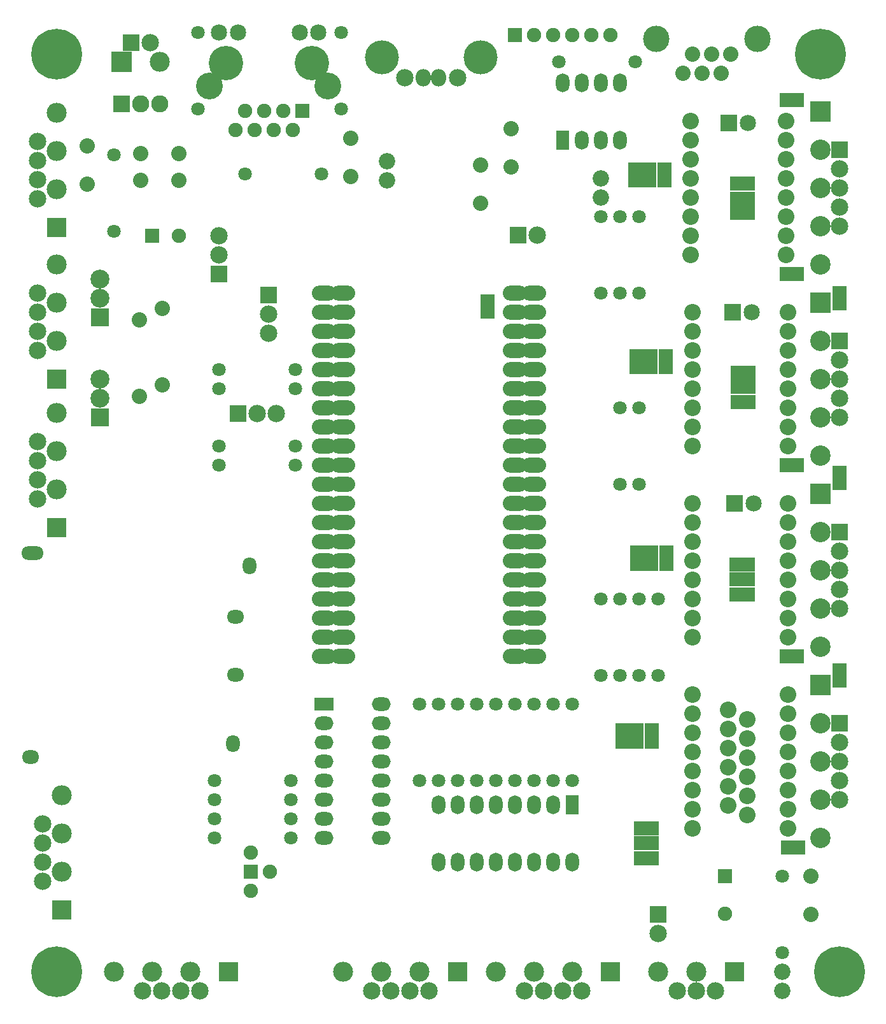
<source format=gbs>
G04 (created by PCBNEW-RS274X (2012-02-06 BZR 3180)-stable) date Fri 05 Oct 2012 08:43:45 AM CEST*
G01*
G70*
G90*
%MOIN*%
G04 Gerber Fmt 3.4, Leading zero omitted, Abs format*
%FSLAX34Y34*%
G04 APERTURE LIST*
%ADD10C,0.006000*%
%ADD11R,0.104600X0.104600*%
%ADD12C,0.104600*%
%ADD13C,0.090900*%
%ADD14R,0.071200X0.098700*%
%ADD15O,0.071200X0.098700*%
%ADD16C,0.266100*%
%ADD17C,0.071200*%
%ADD18C,0.090000*%
%ADD19R,0.090000X0.090000*%
%ADD20R,0.098700X0.071200*%
%ADD21O,0.098700X0.071200*%
%ADD22R,0.106600X0.106600*%
%ADD23R,0.090900X0.090900*%
%ADD24C,0.106600*%
%ADD25O,0.126300X0.079100*%
%ADD26R,0.077000X0.067200*%
%ADD27R,0.067200X0.077000*%
%ADD28C,0.180000*%
%ADD29R,0.075000X0.075000*%
%ADD30C,0.075000*%
%ADD31C,0.140000*%
%ADD32C,0.085000*%
%ADD33C,0.080000*%
%ADD34C,0.086000*%
%ADD35C,0.098700*%
%ADD36R,0.094800X0.094800*%
%ADD37O,0.070900X0.090400*%
%ADD38O,0.090400X0.070900*%
%ADD39O,0.117800X0.070900*%
%ADD40O,0.079100X0.090900*%
%ADD41C,0.177500*%
%ADD42C,0.086900*%
%ADD43C,0.138100*%
%ADD44R,0.085000X0.085000*%
G04 APERTURE END LIST*
G54D10*
G54D11*
X49500Y-64000D03*
G54D12*
X47500Y-64000D03*
G54D13*
X48500Y-65000D03*
X47500Y-65000D03*
X46500Y-65000D03*
G54D12*
X45500Y-64000D03*
G54D14*
X40500Y-20500D03*
G54D15*
X41500Y-20500D03*
X42500Y-20500D03*
X43500Y-20500D03*
X43500Y-17500D03*
X42500Y-17500D03*
X41500Y-17500D03*
X40500Y-17500D03*
G54D16*
X14000Y-16000D03*
X54000Y-16000D03*
X14000Y-64000D03*
X55000Y-64000D03*
G54D17*
X26250Y-57000D03*
X22250Y-57000D03*
X41000Y-54000D03*
X41000Y-50000D03*
X40000Y-54000D03*
X40000Y-50000D03*
X23850Y-22250D03*
X27850Y-22250D03*
X26250Y-56000D03*
X22250Y-56000D03*
X37000Y-54000D03*
X37000Y-50000D03*
X45500Y-44500D03*
X45500Y-48500D03*
X35000Y-54000D03*
X35000Y-50000D03*
X33000Y-54000D03*
X33000Y-50000D03*
X42500Y-48500D03*
X42500Y-44500D03*
X34000Y-54000D03*
X34000Y-50000D03*
X38000Y-54000D03*
X38000Y-50000D03*
X26500Y-33500D03*
X22500Y-33500D03*
X43500Y-48500D03*
X43500Y-44500D03*
X26500Y-32500D03*
X22500Y-32500D03*
X44500Y-44500D03*
X44500Y-48500D03*
X43500Y-38500D03*
X43500Y-34500D03*
X17000Y-25250D03*
X17000Y-21250D03*
X44500Y-34500D03*
X44500Y-38500D03*
X36000Y-50000D03*
X36000Y-54000D03*
X43500Y-28500D03*
X43500Y-24500D03*
X26500Y-37500D03*
X22500Y-37500D03*
X26500Y-36500D03*
X22500Y-36500D03*
X44500Y-24500D03*
X44500Y-28500D03*
X52000Y-63000D03*
X52000Y-59000D03*
X42500Y-24500D03*
X42500Y-28500D03*
X21400Y-18850D03*
X21400Y-14850D03*
X28900Y-18850D03*
X28900Y-14850D03*
X44300Y-16400D03*
X40300Y-16400D03*
X39000Y-54000D03*
X39000Y-50000D03*
X26250Y-54000D03*
X22250Y-54000D03*
X26250Y-55000D03*
X22250Y-55000D03*
G54D18*
X19400Y-18600D03*
X18400Y-18600D03*
G54D19*
X17400Y-18600D03*
G54D11*
X14000Y-25050D03*
G54D12*
X14000Y-23050D03*
X14000Y-21050D03*
X14000Y-19050D03*
G54D13*
X13000Y-23550D03*
X13000Y-22550D03*
X13000Y-21550D03*
X13000Y-20550D03*
G54D14*
X41000Y-55250D03*
G54D15*
X40000Y-55250D03*
X39000Y-55250D03*
X38000Y-55250D03*
X37000Y-55250D03*
X36000Y-55250D03*
X35000Y-55250D03*
X34000Y-55250D03*
X34000Y-58250D03*
X35000Y-58250D03*
X36000Y-58250D03*
X37000Y-58250D03*
X38000Y-58250D03*
X39000Y-58250D03*
X40000Y-58250D03*
X41000Y-58250D03*
G54D20*
X28000Y-50000D03*
G54D21*
X28000Y-51000D03*
X28000Y-52000D03*
X28000Y-53000D03*
X28000Y-54000D03*
X28000Y-55000D03*
X28000Y-56000D03*
X28000Y-57000D03*
X31000Y-57000D03*
X31000Y-56000D03*
X31000Y-55000D03*
X31000Y-54000D03*
X31000Y-53000D03*
X31000Y-52000D03*
X31000Y-51000D03*
X31000Y-50000D03*
G54D22*
X17400Y-16400D03*
G54D12*
X19400Y-16400D03*
G54D23*
X17900Y-15400D03*
G54D13*
X18900Y-15400D03*
G54D11*
X14000Y-33000D03*
G54D12*
X14000Y-31000D03*
X14000Y-29000D03*
X14000Y-27000D03*
G54D13*
X13000Y-31500D03*
X13000Y-30500D03*
X13000Y-29500D03*
X13000Y-28500D03*
G54D11*
X14250Y-60750D03*
G54D12*
X14250Y-58750D03*
X14250Y-56750D03*
X14250Y-54750D03*
G54D13*
X13250Y-59250D03*
X13250Y-58250D03*
X13250Y-57250D03*
X13250Y-56250D03*
G54D11*
X23000Y-64000D03*
G54D12*
X21000Y-64000D03*
X19000Y-64000D03*
X17000Y-64000D03*
G54D13*
X21500Y-65000D03*
X20500Y-65000D03*
X19500Y-65000D03*
X18500Y-65000D03*
G54D11*
X43000Y-64000D03*
G54D12*
X41000Y-64000D03*
X39000Y-64000D03*
X37000Y-64000D03*
G54D13*
X41500Y-65000D03*
X40500Y-65000D03*
X39500Y-65000D03*
X38500Y-65000D03*
G54D11*
X14000Y-40750D03*
G54D12*
X14000Y-38750D03*
X14000Y-36750D03*
X14000Y-34750D03*
G54D13*
X13000Y-39250D03*
X13000Y-38250D03*
X13000Y-37250D03*
X13000Y-36250D03*
G54D11*
X35000Y-64000D03*
G54D12*
X33000Y-64000D03*
X31000Y-64000D03*
X29000Y-64000D03*
G54D13*
X33500Y-65000D03*
X32500Y-65000D03*
X31500Y-65000D03*
X30500Y-65000D03*
G54D22*
X54000Y-49000D03*
G54D24*
X54000Y-51000D03*
X54000Y-53000D03*
X54000Y-55000D03*
G54D23*
X55000Y-51000D03*
G54D13*
X55000Y-52000D03*
X55000Y-53000D03*
X55000Y-54000D03*
G54D24*
X54000Y-57000D03*
G54D13*
X55000Y-55000D03*
G54D22*
X54000Y-39000D03*
G54D24*
X54000Y-41000D03*
X54000Y-43000D03*
X54000Y-45000D03*
G54D23*
X55000Y-41000D03*
G54D13*
X55000Y-42000D03*
X55000Y-43000D03*
X55000Y-44000D03*
G54D24*
X54000Y-47000D03*
G54D13*
X55000Y-45000D03*
G54D22*
X54000Y-19000D03*
G54D24*
X54000Y-21000D03*
X54000Y-23000D03*
X54000Y-25000D03*
G54D23*
X55000Y-21000D03*
G54D13*
X55000Y-22000D03*
X55000Y-23000D03*
X55000Y-24000D03*
G54D24*
X54000Y-27000D03*
G54D13*
X55000Y-25000D03*
G54D22*
X54000Y-29000D03*
G54D24*
X54000Y-31000D03*
X54000Y-33000D03*
X54000Y-35000D03*
G54D23*
X55000Y-31000D03*
G54D13*
X55000Y-32000D03*
X55000Y-33000D03*
X55000Y-34000D03*
G54D24*
X54000Y-37000D03*
G54D13*
X55000Y-35000D03*
G54D25*
X39000Y-28500D03*
X39000Y-29500D03*
X39000Y-30500D03*
X39000Y-31500D03*
X39000Y-32500D03*
X39000Y-33500D03*
X39000Y-34500D03*
X39000Y-35500D03*
X39000Y-36500D03*
X39000Y-37500D03*
X39000Y-38500D03*
X39000Y-39500D03*
X39000Y-40500D03*
X39000Y-41500D03*
X39000Y-42500D03*
X39000Y-43500D03*
X39000Y-44500D03*
X39000Y-45500D03*
X39000Y-46500D03*
X39000Y-47500D03*
X28000Y-47500D03*
X28000Y-46500D03*
X28000Y-45500D03*
X28000Y-44500D03*
X28000Y-43500D03*
X28000Y-42500D03*
X28000Y-41500D03*
X28000Y-40500D03*
X28000Y-39500D03*
X28000Y-38500D03*
X28000Y-37500D03*
X28000Y-36500D03*
X28000Y-35500D03*
X28000Y-34500D03*
X28000Y-33500D03*
X28000Y-32500D03*
X28000Y-31500D03*
X28000Y-30500D03*
X28000Y-29500D03*
X28000Y-28500D03*
X29000Y-28500D03*
X29000Y-29500D03*
X29000Y-30500D03*
X29000Y-31500D03*
X29000Y-32500D03*
X29000Y-33500D03*
X29000Y-34500D03*
X29000Y-35500D03*
X29000Y-36500D03*
X29000Y-37500D03*
X29000Y-38500D03*
X29000Y-39500D03*
X29000Y-40500D03*
X29000Y-41500D03*
X29000Y-42500D03*
X29000Y-43500D03*
X29000Y-44500D03*
X29000Y-45500D03*
X29000Y-46500D03*
X29000Y-47500D03*
X38000Y-47500D03*
X38000Y-46500D03*
X38000Y-45500D03*
X38000Y-44500D03*
X38000Y-43500D03*
X38000Y-42500D03*
X38000Y-41500D03*
X38000Y-40500D03*
X38000Y-39500D03*
X38000Y-38500D03*
X38000Y-37500D03*
X38000Y-36500D03*
X38000Y-35500D03*
X38000Y-34500D03*
X38000Y-33500D03*
X38000Y-32500D03*
X38000Y-31500D03*
X38000Y-30500D03*
X38000Y-29500D03*
X38000Y-28500D03*
G54D23*
X22500Y-27500D03*
G54D13*
X22500Y-26500D03*
X22500Y-25500D03*
G54D26*
X36550Y-28900D03*
X36550Y-29500D03*
G54D27*
X52200Y-18400D03*
X52800Y-18400D03*
X52800Y-27500D03*
X52200Y-27500D03*
G54D26*
X55000Y-28450D03*
X55000Y-29050D03*
G54D27*
X52800Y-37500D03*
X52200Y-37500D03*
G54D26*
X55000Y-37850D03*
X55000Y-38450D03*
G54D27*
X52800Y-47500D03*
X52200Y-47500D03*
G54D26*
X55000Y-48200D03*
X55000Y-48800D03*
G54D27*
X52850Y-57500D03*
X52250Y-57500D03*
G54D28*
X22850Y-16450D03*
X27350Y-16450D03*
G54D29*
X26850Y-18950D03*
G54D30*
X26350Y-19950D03*
X25850Y-18950D03*
X25350Y-19950D03*
X24850Y-18950D03*
X24350Y-19950D03*
X23850Y-18950D03*
X23350Y-19950D03*
G54D31*
X28200Y-17650D03*
X22000Y-17650D03*
G54D32*
X27700Y-14850D03*
X26710Y-14850D03*
X23490Y-14850D03*
X22500Y-14850D03*
G54D33*
X53500Y-59000D03*
X53500Y-61000D03*
X15600Y-22800D03*
X15600Y-20800D03*
X29400Y-22400D03*
X29400Y-20400D03*
X20400Y-21200D03*
X18400Y-21200D03*
X20400Y-22600D03*
X18400Y-22600D03*
G54D34*
X42500Y-23500D03*
X42500Y-22500D03*
X31300Y-22600D03*
X31300Y-21600D03*
G54D29*
X49000Y-59000D03*
G54D30*
X49000Y-60969D03*
G54D29*
X19000Y-25500D03*
G54D30*
X20378Y-25500D03*
G54D35*
X16250Y-33000D03*
X16250Y-34000D03*
G54D36*
X16250Y-35000D03*
G54D35*
X16250Y-27750D03*
X16250Y-28750D03*
G54D36*
X16250Y-29750D03*
G54D27*
X50240Y-22750D03*
X49590Y-24300D03*
X49590Y-22750D03*
X50240Y-23550D03*
X49590Y-23550D03*
X50240Y-24300D03*
X49620Y-34210D03*
X50270Y-32660D03*
X50270Y-34210D03*
X49620Y-33410D03*
X50270Y-33410D03*
X49620Y-32660D03*
X49560Y-44250D03*
X50210Y-42700D03*
X50210Y-44250D03*
X49560Y-43450D03*
X50210Y-43450D03*
X49560Y-42700D03*
X44550Y-58050D03*
X45200Y-56500D03*
X45200Y-58050D03*
X44550Y-57250D03*
X45200Y-57250D03*
X44550Y-56500D03*
G54D23*
X45500Y-61000D03*
G54D13*
X45500Y-62000D03*
G54D23*
X23500Y-34800D03*
G54D13*
X24500Y-34800D03*
X25500Y-34800D03*
G54D23*
X25100Y-28600D03*
G54D13*
X25100Y-29600D03*
X25100Y-30600D03*
G54D37*
X24081Y-42770D03*
G54D38*
X23364Y-45443D03*
X23364Y-48463D03*
X12616Y-52758D03*
G54D37*
X23222Y-52053D03*
G54D39*
X12719Y-42085D03*
G54D40*
X33205Y-17220D03*
X33995Y-17220D03*
G54D13*
X32225Y-17220D03*
G54D41*
X31015Y-16150D03*
X36185Y-16150D03*
G54D13*
X34975Y-17220D03*
G54D34*
X52000Y-64000D03*
X52000Y-65000D03*
G54D33*
X19520Y-33300D03*
X19520Y-29300D03*
X18315Y-33900D03*
X18315Y-29900D03*
G54D26*
X45840Y-22635D03*
X44290Y-21985D03*
X45840Y-21985D03*
X45040Y-22635D03*
X45040Y-21985D03*
X44290Y-22635D03*
X45900Y-32400D03*
X44350Y-31750D03*
X45900Y-31750D03*
X45100Y-32400D03*
X45100Y-31750D03*
X44350Y-32400D03*
X45940Y-42695D03*
X44390Y-42045D03*
X45940Y-42045D03*
X45140Y-42695D03*
X45140Y-42045D03*
X44390Y-42695D03*
X45165Y-51995D03*
X43615Y-51345D03*
X45165Y-51345D03*
X44365Y-51995D03*
X44365Y-51345D03*
X43615Y-51995D03*
G54D29*
X24155Y-58765D03*
G54D30*
X24155Y-57765D03*
X24155Y-59765D03*
X25155Y-58765D03*
G54D42*
X50150Y-55800D03*
X49150Y-55300D03*
X50150Y-54800D03*
X49150Y-54300D03*
X50150Y-53800D03*
X49150Y-53300D03*
X50150Y-52800D03*
X49150Y-52300D03*
X50150Y-51800D03*
X49150Y-51300D03*
X50150Y-50800D03*
X49150Y-50300D03*
X47200Y-19500D03*
X47200Y-20500D03*
X47200Y-21500D03*
X47200Y-22500D03*
X47200Y-23500D03*
X47200Y-24500D03*
X47200Y-25500D03*
X47200Y-26500D03*
X52200Y-26500D03*
X52200Y-25500D03*
X52200Y-24500D03*
X52200Y-23500D03*
X52200Y-22500D03*
X52200Y-21500D03*
X52200Y-20500D03*
X52200Y-19500D03*
X47300Y-29500D03*
X47300Y-30500D03*
X47300Y-31500D03*
X47300Y-32500D03*
X47300Y-33500D03*
X47300Y-34500D03*
X47300Y-35500D03*
X47300Y-36500D03*
X52300Y-36500D03*
X52300Y-35500D03*
X52300Y-34500D03*
X52300Y-33500D03*
X52300Y-32500D03*
X52300Y-31500D03*
X52300Y-30500D03*
X52300Y-29500D03*
X47300Y-39500D03*
X47300Y-40500D03*
X47300Y-41500D03*
X47300Y-42500D03*
X47300Y-43500D03*
X47300Y-44500D03*
X47300Y-45500D03*
X47300Y-46500D03*
X52300Y-46500D03*
X52300Y-45500D03*
X52300Y-44500D03*
X52300Y-43500D03*
X52300Y-42500D03*
X52300Y-41500D03*
X52300Y-40500D03*
X52300Y-39500D03*
X47300Y-49500D03*
X47300Y-50500D03*
X47300Y-51500D03*
X47300Y-52500D03*
X47300Y-53500D03*
X47300Y-54500D03*
X47300Y-55500D03*
X47300Y-56500D03*
X52300Y-56500D03*
X52300Y-55500D03*
X52300Y-54500D03*
X52300Y-53500D03*
X52300Y-52500D03*
X52300Y-51500D03*
X52300Y-50500D03*
X52300Y-49500D03*
G54D23*
X38150Y-25450D03*
G54D13*
X39150Y-25450D03*
G54D33*
X47800Y-17000D03*
X48800Y-17000D03*
X46800Y-17000D03*
X49300Y-16000D03*
X48300Y-16000D03*
X47300Y-16000D03*
G54D43*
X45400Y-15200D03*
X50700Y-15200D03*
G54D29*
X38000Y-15000D03*
G54D30*
X39000Y-15000D03*
X40000Y-15000D03*
X41000Y-15000D03*
X42000Y-15000D03*
X43000Y-15000D03*
G54D33*
X36200Y-23800D03*
X36200Y-21800D03*
X37800Y-21900D03*
X37800Y-19900D03*
G54D44*
X49200Y-19600D03*
G54D32*
X50200Y-19600D03*
G54D44*
X49400Y-29500D03*
G54D32*
X50400Y-29500D03*
G54D44*
X49500Y-39500D03*
G54D32*
X50500Y-39500D03*
M02*

</source>
